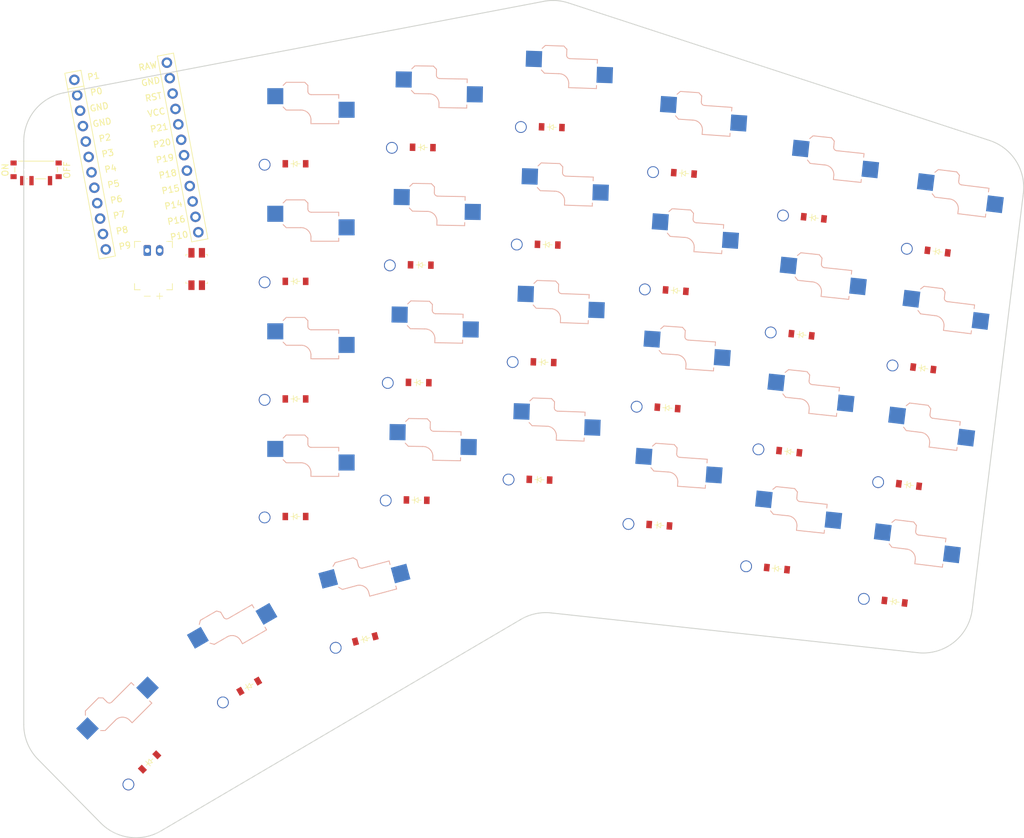
<source format=kicad_pcb>
(kicad_pcb (version 20240108) (generator "ergogen") (generator_version "4.1.0")
  (title_block (title "biggie-splays_choc_v2_right_unrouted") (date "2025-05-24") (rev "v1.0.0") (company "Unknown"))
  (layers (0 "F.Cu" signal) (31 "B.Cu" signal) (34 "B.Paste" user) (35 "F.Paste" user) (36 "B.SilkS" user "B.Silkscreen") (37 "F.SilkS" user "F.Silkscreen") (38 "B.Mask" user) (39 "F.Mask" user) (44 "Edge.Cuts" user))
  (net 0 "")
  (net 1 "D5")
  (net 2 "mirror_stretch_bottom")
  (net 3 "GND")
  (net 4 "D1")
  (net 5 "D2")
  (net 6 "mirror_stretch_home")
  (net 7 "mirror_stretch_high")
  (net 8 "mirror_stretch_num")
  (net 9 "D7")
  (net 10 "mirror_pinky_bottom")
  (net 11 "mirror_pinky_home")
  (net 12 "mirror_pinky_high")
  (net 13 "mirror_pinky_num")
  (net 14 "D9")
  (net 15 "mirror_ring_bottom")
  (net 16 "mirror_ring_home")
  (net 17 "mirror_ring_high")
  (net 18 "mirror_ring_num")
  (net 19 "D3")
  (net 20 "mirror_middle_bottom")
  (net 21 "mirror_middle_home")
  (net 22 "mirror_middle_high")
  (net 23 "mirror_middle_num")
  (net 24 "mirror_index_bottom")
  (net 25 "mirror_index_home")
  (net 26 "mirror_index_high")
  (net 27 "mirror_index_num")
  (net 28 "D0")
  (net 29 "mirror_inner_bottom")
  (net 30 "mirror_inner_home")
  (net 31 "mirror_inner_high")
  (net 32 "mirror_inner_num")
  (net 33 "mirror_near_fan")
  (net 34 "mirror_mid_fan")
  (net 35 "mirror_far_fan")
  (net 36 "D4")
  (net 37 "D6")
  (net 38 "D8")
  (net 39 "D10")
  (net 40 "RAW")
  (net 41 "RST")
  (net 42 "VCC")
  (net 43 "P21")
  (net 44 "P20")
  (net 45 "P19")
  (net 46 "P18")
  (net 47 "P15")
  (net 48 "P14")
  (net 49 "P16")
  (net 50 "P10")
  (net 51 "P1")
  (net 52 "P0")
  (net 53 "P2")
  (net 54 "P3")
  (net 55 "P4")
  (net 56 "P5")
  (net 57 "P6")
  (net 58 "P7")
  (net 59 "P8")
  (net 60 "P9")
  (net 61 "P101")
  (net 62 "P102")
  (net 63 "P107")
  (net 64 "MCU1_24")
  (net 65 "MCU1_1")
  (net 66 "MCU1_23")
  (net 67 "MCU1_2")
  (net 68 "MCU1_22")
  (net 69 "MCU1_3")
  (net 70 "MCU1_21")
  (net 71 "MCU1_4")
  (net 72 "MCU1_20")
  (net 73 "MCU1_5")
  (net 74 "MCU1_19")
  (net 75 "MCU1_6")
  (net 76 "MCU1_18")
  (net 77 "MCU1_7")
  (net 78 "MCU1_17")
  (net 79 "MCU1_8")
  (net 80 "MCU1_16")
  (net 81 "MCU1_9")
  (net 82 "MCU1_15")
  (net 83 "MCU1_10")
  (net 84 "MCU1_14")
  (net 85 "MCU1_11")
  (net 86 "MCU1_13")
  (net 87 "MCU1_12")
  (net 88 "BAT_P")
  (net 89 "JST1_1")
  (net 90 "JST1_2")
  (footprint "ceoloide:switch_choc_v1_v2" (layer "B.Cu") (at 385.756753 151.4952237 -7)
    (property "Reference" "S1" hide)
    (pad "" np_thru_hole circle (at 0 0 -7) (size 5 5) (drill 5) (layers "*.Cu" "*.Mask"))
    (pad "" np_thru_hole circle (at 5.5 0 -7) (size 1.9 1.9) (drill 1.9) (layers "*.Cu" "*.Mask"))
    (pad "" np_thru_hole circle (at -5.5 0 -7) (size 1.9 1.9) (drill 1.9) (layers "*.Cu" "*.Mask"))
    (pad "" thru_hole circle (at -5.00 5.15 -7) (size 1.9 1.9) (drill 1.6) (layers "*.Cu" "*.Mask"))
    (pad "" np_thru_hole circle (at 0 -5.95 -7) (size 3 3) (drill 3) (layers "*.Cu" "*.Mask"))
    (pad "1" smd rect (at -3.275 -5.95 -7) (size 2.6 2.6) (layers "B.Cu" "B.Paste" "B.Mask") (net 1 "D5"))
    (pad "2" smd rect (at 8.275 -3.75 -7) (size 2.6 2.6) (layers "B.Cu" "B.Paste" "B.Mask") (net 2 "mirror_stretch_bottom"))
    (pad "" np_thru_hole circle (at 5 -3.75 188) (size 3 3) (drill 3) (layers "*.Cu" "*.Mask"))
  )
  (footprint "ceoloide:switch_choc_v1_v2" (layer "B.Cu") (at 388.0783639 132.5872195 -7)
    (property "Reference" "S2" hide)
    (pad "" np_thru_hole circle (at 0 0 -7) (size 5 5) (drill 5) (layers "*.Cu" "*.Mask"))
    (pad "" np_thru_hole circle (at 5.5 0 -7) (size 1.9 1.9) (drill 1.9) (layers "*.Cu" "*.Mask"))
    (pad "" np_thru_hole circle (at -5.5 0 -7) (size 1.9 1.9) (drill 1.9) (layers "*.Cu" "*.Mask"))
    (pad "" thru_hole circle (at -5.00 5.15 -7) (size 1.9 1.9) (drill 1.6) (layers "*.Cu" "*.Mask"))
    (pad "" np_thru_hole circle (at 0 -5.95 -7) (size 3 3) (drill 3) (layers "*.Cu" "*.Mask"))
    (pad "1" smd rect (at -3.275 -5.95 -7) (size 2.6 2.6) (layers "B.Cu" "B.Paste" "B.Mask") (net 1 "D5"))
    (pad "2" smd rect (at 8.275 -3.75 -7) (size 2.6 2.6) (layers "B.Cu" "B.Paste" "B.Mask") (net 6 "mirror_stretch_home"))
    (pad "" np_thru_hole circle (at 5 -3.75 188) (size 3 3) (drill 3) (layers "*.Cu" "*.Mask"))
  )
  (footprint "ceoloide:switch_choc_v1_v2" (layer "B.Cu") (at 390.3999749 113.6792153 -7)
    (property "Reference" "S3" hide)
    (pad "" np_thru_hole circle (at 0 0 -7) (size 5 5) (drill 5) (layers "*.Cu" "*.Mask"))
    (pad "" np_thru_hole circle (at 5.5 0 -7) (size 1.9 1.9) (drill 1.9) (layers "*.Cu" "*.Mask"))
    (pad "" np_thru_hole circle (at -5.5 0 -7) (size 1.9 1.9) (drill 1.9) (layers "*.Cu" "*.Mask"))
    (pad "" thru_hole circle (at -5.00 5.15 -7) (size 1.9 1.9) (drill 1.6) (layers "*.Cu" "*.Mask"))
    (pad "" np_thru_hole circle (at 0 -5.95 -7) (size 3 3) (drill 3) (layers "*.Cu" "*.Mask"))
    (pad "1" smd rect (at -3.275 -5.95 -7) (size 2.6 2.6) (layers "B.Cu" "B.Paste" "B.Mask") (net 1 "D5"))
    (pad "2" smd rect (at 8.275 -3.75 -7) (size 2.6 2.6) (layers "B.Cu" "B.Paste" "B.Mask") (net 7 "mirror_stretch_high"))
    (pad "" np_thru_hole circle (at 5 -3.75 188) (size 3 3) (drill 3) (layers "*.Cu" "*.Mask"))
  )
  (footprint "ceoloide:switch_choc_v1_v2" (layer "B.Cu") (at 392.72158590000004 94.7712111 -7)
    (property "Reference" "S4" hide)
    (pad "" np_thru_hole circle (at 0 0 -7) (size 5 5) (drill 5) (layers "*.Cu" "*.Mask"))
    (pad "" np_thru_hole circle (at 5.5 0 -7) (size 1.9 1.9) (drill 1.9) (layers "*.Cu" "*.Mask"))
    (pad "" np_thru_hole circle (at -5.5 0 -7) (size 1.9 1.9) (drill 1.9) (layers "*.Cu" "*.Mask"))
    (pad "" thru_hole circle (at -5.00 5.15 -7) (size 1.9 1.9) (drill 1.6) (layers "*.Cu" "*.Mask"))
    (pad "" np_thru_hole circle (at 0 -5.95 -7) (size 3 3) (drill 3) (layers "*.Cu" "*.Mask"))
    (pad "1" smd rect (at -3.275 -5.95 -7) (size 2.6 2.6) (layers "B.Cu" "B.Paste" "B.Mask") (net 1 "D5"))
    (pad "2" smd rect (at 8.275 -3.75 -7) (size 2.6 2.6) (layers "B.Cu" "B.Paste" "B.Mask") (net 8 "mirror_stretch_num"))
    (pad "" np_thru_hole circle (at 5 -3.75 188) (size 3 3) (drill 3) (layers "*.Cu" "*.Mask"))
  )
  (footprint "ceoloide:switch_choc_v1_v2" (layer "B.Cu") (at 366.6188291 146.1228526 -6)
    (property "Reference" "S5" hide)
    (pad "" np_thru_hole circle (at 0 0 -6) (size 5 5) (drill 5) (layers "*.Cu" "*.Mask"))
    (pad "" np_thru_hole circle (at 5.5 0 -6) (size 1.9 1.9) (drill 1.9) (layers "*.Cu" "*.Mask"))
    (pad "" np_thru_hole circle (at -5.5 0 -6) (size 1.9 1.9) (drill 1.9) (layers "*.Cu" "*.Mask"))
    (pad "" thru_hole circle (at -5.00 5.15 -6) (size 1.9 1.9) (drill 1.6) (layers "*.Cu" "*.Mask"))
    (pad "" np_thru_hole circle (at 0 -5.95 -6) (size 3 3) (drill 3) (layers "*.Cu" "*.Mask"))
    (pad "1" smd rect (at -3.275 -5.95 -6) (size 2.6 2.6) (layers "B.Cu" "B.Paste" "B.Mask") (net 9 "D7"))
    (pad "2" smd rect (at 8.275 -3.75 -6) (size 2.6 2.6) (layers "B.Cu" "B.Paste" "B.Mask") (net 10 "mirror_pinky_bottom"))
    (pad "" np_thru_hole circle (at 5 -3.75 189) (size 3 3) (drill 3) (layers "*.Cu" "*.Mask"))
  )
  (footprint "ceoloide:switch_choc_v1_v2" (layer "B.Cu") (at 368.61009640000003 127.1772105 -6)
    (property "Reference" "S6" hide)
    (pad "" np_thru_hole circle (at 0 0 -6) (size 5 5) (drill 5) (layers "*.Cu" "*.Mask"))
    (pad "" np_thru_hole circle (at 5.5 0 -6) (size 1.9 1.9) (drill 1.9) (layers "*.Cu" "*.Mask"))
    (pad "" np_thru_hole circle (at -5.5 0 -6) (size 1.9 1.9) (drill 1.9) (layers "*.Cu" "*.Mask"))
    (pad "" thru_hole circle (at -5.00 5.15 -6) (size 1.9 1.9) (drill 1.6) (layers "*.Cu" "*.Mask"))
    (pad "" np_thru_hole circle (at 0 -5.95 -6) (size 3 3) (drill 3) (layers "*.Cu" "*.Mask"))
    (pad "1" smd rect (at -3.275 -5.95 -6) (size 2.6 2.6) (layers "B.Cu" "B.Paste" "B.Mask") (net 9 "D7"))
    (pad "2" smd rect (at 8.275 -3.75 -6) (size 2.6 2.6) (layers "B.Cu" "B.Paste" "B.Mask") (net 11 "mirror_pinky_home"))
    (pad "" np_thru_hole circle (at 5 -3.75 189) (size 3 3) (drill 3) (layers "*.Cu" "*.Mask"))
  )
  (footprint "ceoloide:switch_choc_v1_v2" (layer "B.Cu") (at 370.6013636 108.2315684 -6)
    (property "Reference" "S7" hide)
    (pad "" np_thru_hole circle (at 0 0 -6) (size 5 5) (drill 5) (layers "*.Cu" "*.Mask"))
    (pad "" np_thru_hole circle (at 5.5 0 -6) (size 1.9 1.9) (drill 1.9) (layers "*.Cu" "*.Mask"))
    (pad "" np_thru_hole circle (at -5.5 0 -6) (size 1.9 1.9) (drill 1.9) (layers "*.Cu" "*.Mask"))
    (pad "" thru_hole circle (at -5.00 5.15 -6) (size 1.9 1.9) (drill 1.6) (layers "*.Cu" "*.Mask"))
    (pad "" np_thru_hole circle (at 0 -5.95 -6) (size 3 3) (drill 3) (layers "*.Cu" "*.Mask"))
    (pad "1" smd rect (at -3.275 -5.95 -6) (size 2.6 2.6) (layers "B.Cu" "B.Paste" "B.Mask") (net 9 "D7"))
    (pad "2" smd rect (at 8.275 -3.75 -6) (size 2.6 2.6) (layers "B.Cu" "B.Paste" "B.Mask") (net 12 "mirror_pinky_high"))
    (pad "" np_thru_hole circle (at 5 -3.75 189) (size 3 3) (drill 3) (layers "*.Cu" "*.Mask"))
  )
  (footprint "ceoloide:switch_choc_v1_v2" (layer "B.Cu") (at 372.5926309 89.2859263 -6)
    (property "Reference" "S8" hide)
    (pad "" np_thru_hole circle (at 0 0 -6) (size 5 5) (drill 5) (layers "*.Cu" "*.Mask"))
    (pad "" np_thru_hole circle (at 5.5 0 -6) (size 1.9 1.9) (drill 1.9) (layers "*.Cu" "*.Mask"))
    (pad "" np_thru_hole circle (at -5.5 0 -6) (size 1.9 1.9) (drill 1.9) (layers "*.Cu" "*.Mask"))
    (pad "" thru_hole circle (at -5.00 5.15 -6) (size 1.9 1.9) (drill 1.6) (layers "*.Cu" "*.Mask"))
    (pad "" np_thru_hole circle (at 0 -5.95 -6) (size 3 3) (drill 3) (layers "*.Cu" "*.Mask"))
    (pad "1" smd rect (at -3.275 -5.95 -6) (size 2.6 2.6) (layers "B.Cu" "B.Paste" "B.Mask") (net 9 "D7"))
    (pad "2" smd rect (at 8.275 -3.75 -6) (size 2.6 2.6) (layers "B.Cu" "B.Paste" "B.Mask") (net 13 "mirror_pinky_num"))
    (pad "" np_thru_hole circle (at 5 -3.75 189) (size 3 3) (drill 3) (layers "*.Cu" "*.Mask"))
  )
  (footprint "ceoloide:switch_choc_v1_v2" (layer "B.Cu") (at 347.4002118 139.0753531 -4)
    (property "Reference" "S9" hide)
    (pad "" np_thru_hole circle (at 0 0 -4) (size 5 5) (drill 5) (layers "*.Cu" "*.Mask"))
    (pad "" np_thru_hole circle (at 5.5 0 -4) (size 1.9 1.9) (drill 1.9) (layers "*.Cu" "*.Mask"))
    (pad "" np_thru_hole circle (at -5.5 0 -4) (size 1.9 1.9) (drill 1.9) (layers "*.Cu" "*.Mask"))
    (pad "" thru_hole circle (at -5.00 5.15 -4) (size 1.9 1.9) (drill 1.6) (layers "*.Cu" "*.Mask"))
    (pad "" np_thru_hole circle (at 0 -5.95 -4) (size 3 3) (drill 3) (layers "*.Cu" "*.Mask"))
    (pad "1" smd rect (at -3.275 -5.95 -4) (size 2.6 2.6) (layers "B.Cu" "B.Paste" "B.Mask") (net 14 "D9"))
    (pad "2" smd rect (at 8.275 -3.75 -4) (size 2.6 2.6) (layers "B.Cu" "B.Paste" "B.Mask") (net 15 "mirror_ring_bottom"))
    (pad "" np_thru_hole circle (at 5 -3.75 191) (size 3 3) (drill 3) (layers "*.Cu" "*.Mask"))
  )
  (footprint "ceoloide:switch_choc_v1_v2" (layer "B.Cu") (at 348.7290726 120.071758 -4)
    (property "Reference" "S10" hide)
    (pad "" np_thru_hole circle (at 0 0 -4) (size 5 5) (drill 5) (layers "*.Cu" "*.Mask"))
    (pad "" np_thru_hole circle (at 5.5 0 -4) (size 1.9 1.9) (drill 1.9) (layers "*.Cu" "*.Mask"))
    (pad "" np_thru_hole circle (at -5.5 0 -4) (size 1.9 1.9) (drill 1.9) (layers "*.Cu" "*.Mask"))
    (pad "" thru_hole circle (at -5.00 5.15 -4) (size 1.9 1.9) (drill 1.6) (layers "*.Cu" "*.Mask"))
    (pad "" np_thru_hole circle (at 0 -5.95 -4) (size 3 3) (drill 3) (layers "*.Cu" "*.Mask"))
    (pad "1" smd rect (at -3.275 -5.95 -4) (size 2.6 2.6) (layers "B.Cu" "B.Paste" "B.Mask") (net 14 "D9"))
    (pad "2" smd rect (at 8.275 -3.75 -4) (size 2.6 2.6) (layers "B.Cu" "B.Paste" "B.Mask") (net 16 "mirror_ring_home"))
    (pad "" np_thru_hole circle (at 5 -3.75 191) (size 3 3) (drill 3) (layers "*.Cu" "*.Mask"))
  )
  (footprint "ceoloide:switch_choc_v1_v2" (layer "B.Cu") (at 350.0579334 101.0681629 -4)
    (property "Reference" "S11" hide)
    (pad "" np_thru_hole circle (at 0 0 -4) (size 5 5) (drill 5) (layers "*.Cu" "*.Mask"))
    (pad "" np_thru_hole circle (at 5.5 0 -4) (size 1.9 1.9) (drill 1.9) (layers "*.Cu" "*.Mask"))
    (pad "" np_thru_hole circle (at -5.5 0 -4) (size 1.9 1.9) (drill 1.9) (layers "*.Cu" "*.Mask"))
    (pad "" thru_hole circle (at -5.00 5.15 -4) (size 1.9 1.9) (drill 1.6) (layers "*.Cu" "*.Mask"))
    (pad "" np_thru_hole circle (at 0 -5.95 -4) (size 3 3) (drill 3) (layers "*.Cu" "*.Mask"))
    (pad "1" smd rect (at -3.275 -5.95 -4) (size 2.6 2.6) (layers "B.Cu" "B.Paste" "B.Mask") (net 14 "D9"))
    (pad "2" smd rect (at 8.275 -3.75 -4) (size 2.6 2.6) (layers "B.Cu" "B.Paste" "B.Mask") (net 17 "mirror_ring_high"))
    (pad "" np_thru_hole circle (at 5 -3.75 191) (size 3 3) (drill 3) (layers "*.Cu" "*.Mask"))
  )
  (footprint "ceoloide:switch_choc_v1_v2" (layer "B.Cu") (at 351.38679410000003 82.0645678 -4)
    (property "Reference" "S12" hide)
    (pad "" np_thru_hole circle (at 0 0 -4) (size 5 5) (drill 5) (layers "*.Cu" "*.Mask"))
    (pad "" np_thru_hole circle (at 5.5 0 -4) (size 1.9 1.9) (drill 1.9) (layers "*.Cu" "*.Mask"))
    (pad "" np_thru_hole circle (at -5.5 0 -4) (size 1.9 1.9) (drill 1.9) (layers "*.Cu" "*.Mask"))
    (pad "" thru_hole circle (at -5.00 5.15 -4) (size 1.9 1.9) (drill 1.6) (layers "*.Cu" "*.Mask"))
    (pad "" np_thru_hole circle (at 0 -5.95 -4) (size 3 3) (drill 3) (layers "*.Cu" "*.Mask"))
    (pad "1" smd rect (at -3.275 -5.95 -4) (size 2.6 2.6) (layers "B.Cu" "B.Paste" "B.Mask") (net 14 "D9"))
    (pad "2" smd rect (at 8.275 -3.75 -4) (size 2.6 2.6) (layers "B.Cu" "B.Paste" "B.Mask") (net 18 "mirror_ring_num"))
    (pad "" np_thru_hole circle (at 5 -3.75 191) (size 3 3) (drill 3) (layers "*.Cu" "*.Mask"))
  )
  (footprint "ceoloide:switch_choc_v1_v2" (layer "B.Cu") (at 327.8175914 131.6913515 -2)
    (property "Reference" "S13" hide)
    (pad "" np_thru_hole circle (at 0 0 -2) (size 5 5) (drill 5) (layers "*.Cu" "*.Mask"))
    (pad "" np_thru_hole circle (at 5.5 0 -2) (size 1.9 1.9) (drill 1.9) (layers "*.Cu" "*.Mask"))
    (pad "" np_thru_hole circle (at -5.5 0 -2) (size 1.9 1.9) (drill 1.9) (layers "*.Cu" "*.Mask"))
    (pad "" thru_hole circle (at -5.00 5.15 -2) (size 1.9 1.9) (drill 1.6) (layers "*.Cu" "*.Mask"))
    (pad "" np_thru_hole circle (at 0 -5.95 -2) (size 3 3) (drill 3) (layers "*.Cu" "*.Mask"))
    (pad "1" smd rect (at -3.275 -5.95 -2) (size 2.6 2.6) (layers "B.Cu" "B.Paste" "B.Mask") (net 19 "D3"))
    (pad "2" smd rect (at 8.275 -3.75 -2) (size 2.6 2.6) (layers "B.Cu" "B.Paste" "B.Mask") (net 20 "mirror_middle_bottom"))
    (pad "" np_thru_hole circle (at 5 -3.75 193) (size 3 3) (drill 3) (layers "*.Cu" "*.Mask"))
  )
  (footprint "ceoloide:switch_choc_v1_v2" (layer "B.Cu") (at 328.4824268 112.6529563 -2)
    (property "Reference" "S14" hide)
    (pad "" np_thru_hole circle (at 0 0 -2) (size 5 5) (drill 5) (layers "*.Cu" "*.Mask"))
    (pad "" np_thru_hole circle (at 5.5 0 -2) (size 1.9 1.9) (drill 1.9) (layers "*.Cu" "*.Mask"))
    (pad "" np_thru_hole circle (at -5.5 0 -2) (size 1.9 1.9) (drill 1.9) (layers "*.Cu" "*.Mask"))
    (pad "" thru_hole circle (at -5.00 5.15 -2) (size 1.9 1.9) (drill 1.6) (layers "*.Cu" "*.Mask"))
    (pad "" np_thru_hole circle (at 0 -5.95 -2) (size 3 3) (drill 3) (layers "*.Cu" "*.Mask"))
    (pad "1" smd rect (at -3.275 -5.95 -2) (size 2.6 2.6) (layers "B.Cu" "B.Paste" "B.Mask") (net 19 "D3"))
    (pad "2" smd rect (at 8.275 -3.75 -2) (size 2.6 2.6) (layers "B.Cu" "B.Paste" "B.Mask") (net 21 "mirror_middle_home"))
    (pad "" np_thru_hole circle (at 5 -3.75 193) (size 3 3) (drill 3) (layers "*.Cu" "*.Mask"))
  )
  (footprint "ceoloide:switch_choc_v1_v2" (layer "B.Cu") (at 329.1472622 93.614561 -2)
    (property "Reference" "S15" hide)
    (pad "" np_thru_hole circle (at 0 0 -2) (size 5 5) (drill 5) (layers "*.Cu" "*.Mask"))
    (pad "" np_thru_hole circle (at 5.5 0 -2) (size 1.9 1.9) (drill 1.9) (layers "*.Cu" "*.Mask"))
    (pad "" np_thru_hole circle (at -5.5 0 -2) (size 1.9 1.9) (drill 1.9) (layers "*.Cu" "*.Mask"))
    (pad "" thru_hole circle (at -5.00 5.15 -2) (size 1.9 1.9) (drill 1.6) (layers "*.Cu" "*.Mask"))
    (pad "" np_thru_hole circle (at 0 -5.95 -2) (size 3 3) (drill 3) (layers "*.Cu" "*.Mask"))
    (pad "1" smd rect (at -3.275 -5.95 -2) (size 2.6 2.6) (layers "B.Cu" "B.Paste" "B.Mask") (net 19 "D3"))
    (pad "2" smd rect (at 8.275 -3.75 -2) (size 2.6 2.6) (layers "B.Cu" "B.Paste" "B.Mask") (net 22 "mirror_middle_high"))
    (pad "" np_thru_hole circle (at 5 -3.75 193) (size 3 3) (drill 3) (layers "*.Cu" "*.Mask"))
  )
  (footprint "ceoloide:switch_choc_v1_v2" (layer "B.Cu") (at 329.81209770000004 74.5761658 -2)
    (property "Reference" "S16" hide)
    (pad "" np_thru_hole circle (at 0 0 -2) (size 5 5) (drill 5) (layers "*.Cu" "*.Mask"))
    (pad "" np_thru_hole circle (at 5.5 0 -2) (size 1.9 1.9) (drill 1.9) (layers "*.Cu" "*.Mask"))
    (pad "" np_thru_hole circle (at -5.5 0 -2) (size 1.9 1.9) (drill 1.9) (layers "*.Cu" "*.Mask"))
    (pad "" thru_hole circle (at -5.00 5.15 -2) (size 1.9 1.9) (drill 1.6) (layers "*.Cu" "*.Mask"))
    (pad "" np_thru_hole circle (at 0 -5.95 -2) (size 3 3) (drill 3) (layers "*.Cu" "*.Mask"))
    (pad "1" smd rect (at -3.275 -5.95 -2) (size 2.6 2.6) (layers "B.Cu" "B.Paste" "B.Mask") (net 19 "D3"))
    (pad "2" smd rect (at 8.275 -3.75 -2) (size 2.6 2.6) (layers "B.Cu" "B.Paste" "B.Mask") (net 23 "mirror_middle_num"))
    (pad "" np_thru_hole circle (at 5 -3.75 193) (size 3 3) (drill 3) (layers "*.Cu" "*.Mask"))
  )
  (footprint "ceoloide:switch_choc_v1_v2" (layer "B.Cu") (at 307.84008560000007 134.9961598 -1)
    (property "Reference" "S17" hide)
    (pad "" np_thru_hole circle (at 0 0 -1) (size 5 5) (drill 5) (layers "*.Cu" "*.Mask"))
    (pad "" np_thru_hole circle (at 5.5 0 -1) (size 1.9 1.9) (drill 1.9) (layers "*.Cu" "*.Mask"))
    (pad "" np_thru_hole circle (at -5.5 0 -1) (size 1.9 1.9) (drill 1.9) (layers "*.Cu" "*.Mask"))
    (pad "" thru_hole circle (at -5.00 5.15 -1) (size 1.9 1.9) (drill 1.6) (layers "*.Cu" "*.Mask"))
    (pad "" np_thru_hole circle (at 0 -5.95 -1) (size 3 3) (drill 3) (layers "*.Cu" "*.Mask"))
    (pad "1" smd rect (at -3.275 -5.95 -1) (size 2.6 2.6) (layers "B.Cu" "B.Paste" "B.Mask") (net 5 "D2"))
    (pad "2" smd rect (at 8.275 -3.75 -1) (size 2.6 2.6) (layers "B.Cu" "B.Paste" "B.Mask") (net 24 "mirror_index_bottom"))
    (pad "" np_thru_hole circle (at 5 -3.75 194) (size 3 3) (drill 3) (layers "*.Cu" "*.Mask"))
  )
  (footprint "ceoloide:switch_choc_v1_v2" (layer "B.Cu") (at 308.172554 115.9490613 -1)
    (property "Reference" "S18" hide)
    (pad "" np_thru_hole circle (at 0 0 -1) (size 5 5) (drill 5) (layers "*.Cu" "*.Mask"))
    (pad "" np_thru_hole circle (at 5.5 0 -1) (size 1.9 1.9) (drill 1.9) (layers "*.Cu" "*.Mask"))
    (pad "" np_thru_hole circle (at -5.5 0 -1) (size 1.9 1.9) (drill 1.9) (layers "*.Cu" "*.Mask"))
    (pad "" thru_hole circle (at -5.00 5.15 -1) (size 1.9 1.9) (drill 1.6) (layers "*.Cu" "*.Mask"))
    (pad "" np_thru_hole circle (at 0 -5.95 -1) (size 3 3) (drill 3) (layers "*.Cu" "*.Mask"))
    (pad "1" smd rect (at -3.275 -5.95 -1) (size 2.6 2.6) (layers "B.Cu" "B.Paste" "B.Mask") (net 5 "D2"))
    (pad "2" smd rect (at 8.275 -3.75 -1) (size 2.6 2.6) (layers "B.Cu" "B.Paste" "B.Mask") (net 25 "mirror_index_home"))
    (pad "" np_thru_hole circle (at 5 -3.75 194) (size 3 3) (drill 3) (layers "*.Cu" "*.Mask"))
  )
  (footprint "ceoloide:switch_choc_v1_v2" (layer "B.Cu") (at 308.50502230000006 96.9019627 -1)
    (property "Reference" "S19" hide)
    (pad "" np_thru_hole circle (at 0 0 -1) (size 5 5) (drill 5) (layers "*.Cu" "*.Mask"))
    (pad "" np_thru_hole circle (at 5.5 0 -1) (size 1.9 1.9) (drill 1.9) (layers "*.Cu" "*.Mask"))
    (pad "" np_thru_hole circle (at -5.5 0 -1) (size 1.9 1.9) (drill 1.9) (layers "*.Cu" "*.Mask"))
    (pad "" thru_hole circle (at -5.00 5.15 -1) (size 1.9 1.9) (drill 1.6) (layers "*.Cu" "*.Mask"))
    (pad "" np_thru_hole circle (at 0 -5.95 -1) (size 3 3) (drill 3) (layers "*.Cu" "*.Mask"))
    (pad "1" smd rect (at -3.275 -5.95 -1) (size 2.6 2.6) (layers "B.Cu" "B.Paste" "B.Mask") (net 5 "D2"))
    (pad "2" smd rect (at 8.275 -3.75 -1) (size 2.6 2.6) (layers "B.Cu" "B.Paste" "B.Mask") (net 26 "mirror_index_high"))
    (pad "" np_thru_hole circle (at 5 -3.75 194) (size 3 3) (drill 3) (layers "*.Cu" "*.Mask"))
  )
  (footprint "ceoloide:switch_choc_v1_v2" (layer "B.Cu") (at 308.8374907 77.8548641 -1)
    (property "Reference" "S20" hide)
    (pad "" np_thru_hole circle (at 0 0 -1) (size 5 5) (drill 5) (layers "*.Cu" "*.Mask"))
    (pad "" np_thru_hole circle (at 5.5 0 -1) (size 1.9 1.9) (drill 1.9) (layers "*.Cu" "*.Mask"))
    (pad "" np_thru_hole circle (at -5.5 0 -1) (size 1.9 1.9) (drill 1.9) (layers "*.Cu" "*.Mask"))
    (pad "" thru_hole circle (at -5.00 5.15 -1) (size 1.9 1.9) (drill 1.6) (layers "*.Cu" "*.Mask"))
    (pad "" np_thru_hole circle (at 0 -5.95 -1) (size 3 3) (drill 3) (layers "*.Cu" "*.Mask"))
    (pad "1" smd rect (at -3.275 -5.95 -1) (size 2.6 2.6) (layers "B.Cu" "B.Paste" "B.Mask") (net 5 "D2"))
    (pad "2" smd rect (at 8.275 -3.75 -1) (size 2.6 2.6) (layers "B.Cu" "B.Paste" "B.Mask") (net 27 "mirror_index_num"))
    (pad "" np_thru_hole circle (at 5 -3.75 194) (size 3 3) (drill 3) (layers "*.Cu" "*.Mask"))
  )
  (footprint "ceoloide:switch_choc_v1_v2" (layer "B.Cu") (at 288.14072110000006 137.6527632 0)
    (property "Reference" "S21" hide)
    (pad "" np_thru_hole circle (at 0 0 0) (size 5 5) (drill 5) (layers "*.Cu" "*.Mask"))
    (pad "" np_thru_hole circle (at 5.5 0 0) (size 1.9 1.9) (drill 1.9) (layers "*.Cu" "*.Mask"))
    (pad "" np_thru_hole circle (at -5.5 0 0) (size 1.9 1.9) (drill 1.9) (layers "*.Cu" "*.Mask"))
    (pad "" thru_hole circle (at -5.00 5.15 0) (size 1.9 1.9) (drill 1.6) (layers "*.Cu" "*.Mask"))
    (pad "" np_thru_hole circle (at 0 -5.95 0) (size 3 3) (drill 3) (layers "*.Cu" "*.Mask"))
    (pad "1" smd rect (at -3.275 -5.95 0) (size 2.6 2.6) (layers "B.Cu" "B.Paste" "B.Mask") (net 28 "D0"))
    (pad "2" smd rect (at 8.275 -3.75 0) (size 2.6 2.6) (layers "B.Cu" "B.Paste" "B.Mask") (net 29 "mirror_inner_bottom"))
    (pad "" np_thru_hole circle (at 5 -3.75 195) (size 3 3) (drill 3) (layers "*.Cu" "*.Mask"))
  )
  (footprint "ceoloide:switch_choc_v1_v2" (layer "B.Cu") (at 288.14072110000006 118.6027631 0)
    (property "Reference" "S22" hide)
    (pad "" np_thru_hole circle (at 0 0 0) (size 5 5) (drill 5) (layers "*.Cu" "*.Mask"))
    (pad "" np_thru_hole circle (at 5.5 0 0) (size 1.9 1.9) (drill 1.9) (layers "*.Cu" "*.Mask"))
    (pad "" np_thru_hole circle (at -5.5 0 0) (size 1.9 1.9) (drill 1.9) (layers "*.Cu" "*.Mask"))
    (pad "" thru_hole circle (at -5.00 5.15 0) (size 1.9 1.9) (drill 1.6) (layers "*.Cu" "*.Mask"))
    (pad "" np_thru_hole circle (at 0 -5.95 0) (size 3 3) (drill 3) (layers "*.Cu" "*.Mask"))
    (pad "1" smd rect (at -3.275 -5.95 0) (size 2.6 2.6) (layers "B.Cu" "B.Paste" "B.Mask") (net 28 "D0"))
    (pad "2" smd rect (at 8.275 -3.75 0) (size 2.6 2.6) (layers "B.Cu" "B.Paste" "B.Mask") (net 30 "mirror_inner_home"))
    (pad "" np_thru_hole circle (at 5 -3.75 195) (size 3 3) (drill 3) (layers "*.Cu" "*.Mask"))
  )
  (footprint "ceoloide:switch_choc_v1_v2" (layer "B.Cu") (at 288.14072110000006 99.5527631 0)
    (property "Reference" "S23" hide)
    (pad "" np_thru_hole circle (at 0 0 0) (size 5 5) (drill 5) (layers "*.Cu" "*.Mask"))
    (pad "" np_thru_hole circle (at 5.5 0 0) (size 1.9 1.9) (drill 1.9) (layers "*.Cu" "*.Mask"))
    (pad "" np_thru_hole circle (at -5.5 0 0) (size 1.9 1.9) (drill 1.9) (layers "*.Cu" "*.Mask"))
    (pad "" thru_hole circle (at -5.00 5.15 0) (size 1.9 1.9) (drill 1.6) (layers "*.Cu" "*.Mask"))
    (pad "" np_thru_hole circle (at 0 -5.95 0) (size 3 3) (drill 3) (layers "*.Cu" "*.Mask"))
    (pad "1" smd rect (at -3.275 -5.95 0) (size 2.6 2.6) (layers "B.Cu" "B.Paste" "B.Mask") (net 28 "D0"))
    (pad "2" smd rect (at 8.275 -3.75 0) (size 2.6 2.6) (layers "B.Cu" "B.Paste" "B.Mask") (net 31 "mirror_inner_high"))
    (pad "" np_thru_hole circle (at 5 -3.75 195) (size 3 3) (drill 3) (layers "*.Cu" "*.Mask"))
  )
  (footprint "ceoloide:switch_choc_v1_v2" (layer "B.Cu") (at 288.14072110000006 80.5027631 0)
    (property "Reference" "S24" hide)
    (pad "" np_thru_hole circle (at 0 0 0) (size 5 5) (drill 5) (layers "*.Cu" "*.Mask"))
    (pad "" np_thru_hole circle (at 5.5 0 0) (size 1.9 1.9) (drill 1.9) (layers "*.Cu" "*.Mask"))
    (pad "" np_thru_hole circle (at -5.5 0 0) (size 1.9 1.9) (drill 1.9) (layers "*.Cu" "*.Mask"))
    (pad "" thru_hole circle (at -5.00 5.15 0) (size 1.9 1.9) (drill 1.6) (layers "*.Cu" "*.Mask"))
    (pad "" np_thru_hole circle (at 0 -5.95 0) (size 3 3) (drill 3) (layers "*.Cu" "*.Mask"))
    (pad "1" smd rect (at -3.275 -5.95 0) (size 2.6 2.6) (layers "B.Cu" "B.Paste" "B.Mask") (net 28 "D0"))
    (pad "2" smd rect (at 8.275 -3.75 0) (size 2.6 2.6) (layers "B.Cu" "B.Paste" "B.Mask") (net 32 "mirror_inner_num"))
    (pad "" np_thru_hole circle (at 5 -3.75 195) (size 3 3) (drill 3) (layers "*.Cu" "*.Mask"))
  )
  (footprint "ceoloide:switch_choc_v1_v2" (layer "B.Cu") (at 298.14072110000006 157.6527632 15)
    (property "Reference" "S25" hide)
    (pad "" np_thru_hole circle (at 0 0 15) (size 5 5) (drill 5) (layers "*.Cu" "*.Mask"))
    (pad "" np_thru_hole circle (at 5.5 0 15) (size 1.9 1.9) (drill 1.9) (layers "*.Cu" "*.Mask"))
    (pad "" np_thru_hole circle (at -5.5 0 15) (size 1.9 1.9) (drill 1.9) (layers "*.Cu" "*.Mask"))
    (pad "" thru_hole circle (at -5.00 5.15 15) (size 1.9 1.9) (drill 1.6) (layers "*.Cu" "*.Mask"))
    (pad "" np_thru_hole circle (at 0 -5.95 15) (size 3 3) (drill 3) (layers "*.Cu" "*.Mask"))
    (pad "1" smd rect (at -3.275 -5.95 15) (size 2.6 2.6) (layers "B.Cu" "B.Paste" "B.Mask") (net 19 "D3"))
    (pad "2" smd rect (at 8.275 -3.75 15) (size 2.6 2.6) (layers "B.Cu" "B.Paste" "B.Mask") (net 33 "mirror_near_fan"))
    (pad "" np_thru_hole circle (at 5 -3.75 210) (size 3 3) (drill 3) (layers "*.Cu" "*.Mask"))
  )
  (footprint "ceoloide:switch_choc_v1_v2" (layer "B.Cu") (at 278.14175800000004 165.8153168 30)
    (property "Reference" "S26" hide)
    (pad "" np_thru_hole circle (at 0 0 30) (size 5 5) (drill 5) (layers "*.Cu" "*.Mask"))
    (pad "" np_thru_hole circle (at 5.5 0 30) (size 1.9 1.9) (drill 1.9) (layers "*.Cu" "*.Mask"))
    (pad "" np_thru_hole circle (at -5.5 0 30) (size 1.9 1.9) (drill 1.9) (layers "*.Cu" "*.Mask"))
    (pad "" thru_hole circle (at -5.00 5.15 30) (size 1.9 1.9) (drill 1.6) (layers "*.Cu" "*.Mask"))
    (pad "" np_thru_hole circle (at 0 -5.95 30) (size 3 3) (drill 3) (layers "*.Cu" "*.Mask"))
    (pad "1" smd rect (at -3.275 -5.95 30) (size 2.6 2.6) (layers "B.Cu" "B.Paste" "B.Mask") (net 5 "D2"))
    (pad "2" smd rect (at 8.275 -3.75 30) (size 2.6 2.6) (layers "B.Cu" "B.Paste" "B.Mask") (net 34 "mirror_mid_fan"))
    (pad "" np_thru_hole circle (at 5 -3.75 225) (size 3 3) (drill 3) (layers "*.Cu" "*.Mask"))
  )
  (footprint "ceoloide:switch_choc_v1_v2" (layer "B.Cu") (at 260.9793085 178.896491 45)
    (property "Reference" "S27" hide)
    (pad "" np_thru_hole circle (at 0 0 45) (size 5 5) (drill 5) (layers "*.Cu" "*.Mask"))
    (pad "" np_thru_hole circle (at 5.5 0 45) (size 1.9 1.9) (drill 1.9) (layers "*.Cu" "*.Mask"))
    (pad "" np_thru_hole circle (at -5.5 0 45) (size 1.9 1.9) (drill 1.9) (layers "*.Cu" "*.Mask"))
    (pad "" thru_hole circle (at -5.00 5.15 45) (size 1.9 1.9) (drill 1.6) (layers "*.Cu" "*.Mask"))
    (pad "" np_thru_hole circle (at 0 -5.95 45) (size 3 3) (drill 3) (layers "*.Cu" "*.Mask"))
    (pad "1" smd rect (at -3.275 -5.95 45) (size 2.6 2.6) (layers "B.Cu" "B.Paste" "B.Mask") (net 28 "D0"))
    (pad "2" smd rect (at 8.275 -3.75 45) (size 2.6 2.6) (layers "B.Cu" "B.Paste" "B.Mask") (net 35 "mirror_far_fan"))
    (pad "" np_thru_hole circle (at 5 -3.75 240) (size 3 3) (drill 3) (layers "*.Cu" "*.Mask"))
  )
  (footprint "ceoloide:diode_tht_sod123" (layer "F.Cu") (at 385.1474063 156.4579545 -7)
    (property "Reference" "D1" hide)
    (pad "1" smd rect (at -1.65 0 -7) (size 0.9 1.2) (layers "F.Cu" "F.Paste" "F.Mask") (net 36 "D4"))
    (pad "2" smd rect (at 1.65 0 -7) (size 0.9 1.2) (layers "F.Cu" "F.Paste" "F.Mask") (net 2 "mirror_stretch_bottom"))
  )
  (footprint "ceoloide:diode_tht_sod123" (layer "F.Cu") (at 387.4690172 137.5499503 -7)
    (property "Reference" "D2" hide)
    (pad "1" smd rect (at -1.65 0 -7) (size 0.9 1.2) (layers "F.Cu" "F.Paste" "F.Mask") (net 37 "D6"))
    (pad "2" smd rect (at 1.65 0 -7) (size 0.9 1.2) (layers "F.Cu" "F.Paste" "F.Mask") (net 6 "mirror_stretch_home"))
  )
  (footprint "ceoloide:diode_tht_sod123" (layer "F.Cu") (at 389.7906282 118.6419461 -7)
    (property "Reference" "D3" hide)
    (pad "1" smd rect (at -1.65 0 -7) (size 0.9 1.2) (layers "F.Cu" "F.Paste" "F.Mask") (net 38 "D8"))
    (pad "2" smd rect (at 1.65 0 -7) (size 0.9 1.2) (layers "F.Cu" "F.Paste" "F.Mask") (net 7 "mirror_stretch_high"))
  )
  (footprint "ceoloide:diode_tht_sod123" (layer "F.Cu") (at 392.11223920000003 99.7339419 -7)
    (property "Reference" "D4" hide)
    (pad "1" smd rect (at -1.65 0 -7) (size 0.9 1.2) (layers "F.Cu" "F.Paste" "F.Mask") (net 39 "D10"))
    (pad "2" smd rect (at 1.65 0 -7) (size 0.9 1.2) (layers "F.Cu" "F.Paste" "F.Mask") (net 8 "mirror_stretch_num"))
  )
  (footprint "ceoloide:diode_tht_sod123" (layer "F.Cu") (at 366.09618680000005 151.0954621 -6)
    (property "Reference" "D5" hide)
    (pad "1" smd rect (at -1.65 0 -6) (size 0.9 1.2) (layers "F.Cu" "F.Paste" "F.Mask") (net 36 "D4"))
    (pad "2" smd rect (at 1.65 0 -6) (size 0.9 1.2) (layers "F.Cu" "F.Paste" "F.Mask") (net 10 "mirror_pinky_bottom"))
  )
  (footprint "ceoloide:diode_tht_sod123" (layer "F.Cu") (at 368.08745410000006 132.14982 -6)
    (property "Reference" "D6" hide)
    (pad "1" smd rect (at -1.65 0 -6) (size 0.9 1.2) (layers "F.Cu" "F.Paste" "F.Mask") (net 37 "D6"))
    (pad "2" smd rect (at 1.65 0 -6) (size 0.9 1.2) (layers "F.Cu" "F.Paste" "F.Mask") (net 11 "mirror_pinky_home"))
  )
  (footprint "ceoloide:diode_tht_sod123" (layer "F.Cu") (at 370.07872130000004 113.2041779 -6)
    (property "Reference" "D7" hide)
    (pad "1" smd rect (at -1.65 0 -6) (size 0.9 1.2) (layers "F.Cu" "F.Paste" "F.Mask") (net 38 "D8"))
    (pad "2" smd rect (at 1.65 0 -6) (size 0.9 1.2) (layers "F.Cu" "F.Paste" "F.Mask") (net 12 "mirror_pinky_high"))
  )
  (footprint "ceoloide:diode_tht_sod123" (layer "F.Cu") (at 372.06998860000004 94.2585358 -6)
    (property "Reference" "D8" hide)
    (pad "1" smd rect (at -1.65 0 -6) (size 0.9 1.2) (layers "F.Cu" "F.Paste" "F.Mask") (net 39 "D10"))
    (pad "2" smd rect (at 1.65 0 -6) (size 0.9 1.2) (layers "F.Cu" "F.Paste" "F.Mask") (net 13 "mirror_pinky_num"))
  )
  (footprint "ceoloide:diode_tht_sod123" (layer "F.Cu") (at 347.0514294 144.0631734 -4)
    (property "Reference" "D9" hide)
    (pad "1" smd rect (at -1.65 0 -4) (size 0.9 1.2) (layers "F.Cu" "F.Paste" "F.Mask") (net 36 "D4"))
    (pad "2" smd rect (at 1.65 0 -4) (size 0.9 1.2) (layers "F.Cu" "F.Paste" "F.Mask") (net 15 "mirror_ring_bottom"))
  )
  (footprint "ceoloide:diode_tht_sod123" (layer "F.Cu") (at 348.3802902 125.0595783 -4)
    (property "Reference" "D10" hide)
    (pad "1" smd rect (at -1.65 0 -4) (size 0.9 1.2) (layers "F.Cu" "F.Paste" "F.Mask") (net 37 "D6"))
    (pad "2" smd rect (at 1.65 0 -4) (size 0.9 1.2) (layers "F.Cu" "F.Paste" "F.Mask") (net 16 "mirror_ring_home"))
  )
  (footprint "ceoloide:diode_tht_sod123" (layer "F.Cu") (at 349.709151 106.0559832 -4)
    (property "Reference" "D11" hide)
    (pad "1" smd rect (at -1.65 0 -4) (size 0.9 1.2) (layers "F.Cu" "F.Paste" "F.Mask") (net 38 "D8"))
    (pad "2" smd rect (at 1.65 0 -4) (size 0.9 1.2) (layers "F.Cu" "F.Paste" "F.Mask") (net 17 "mirror_ring_high"))
  )
  (footprint "ceoloide:diode_tht_sod123" (layer "F.Cu") (at 351.0380117 87.0523881 -4)
    (property "Reference" "D12" hide)
    (pad "1" smd rect (at -1.65 0 -4) (size 0.9 1.2) (layers "F.Cu" "F.Paste" "F.Mask") (net 39 "D10"))
    (pad "2" smd rect (at 1.65 0 -4) (size 0.9 1.2) (layers "F.Cu" "F.Paste" "F.Mask") (net 18 "mirror_ring_num"))
  )
  (footprint "ceoloide:diode_tht_sod123" (layer "F.Cu") (at 327.64309390000005 136.6883056 -2)
    (property "Reference" "D13" hide)
    (pad "1" smd rect (at -1.65 0 -2) (size 0.9 1.2) (layers "F.Cu" "F.Paste" "F.Mask") (net 36 "D4"))
    (pad "2" smd rect (at 1.65 0 -2) (size 0.9 1.2) (layers "F.Cu" "F.Paste" "F.Mask") (net 20 "mirror_middle_bottom"))
  )
  (footprint "ceoloide:diode_tht_sod123" (layer "F.Cu") (at 328.3079293 117.6499104 -2)
    (property "Reference" "D14" hide)
    (pad "1" smd rect (at -1.65 0 -2) (size 0.9 1.2) (layers "F.Cu" "F.Paste" "F.Mask") (net 37 "D6"))
    (pad "2" smd rect (at 1.65 0 -2) (size 0.9 1.2) (layers "F.Cu" "F.Paste" "F.Mask") (net 21 "mirror_middle_home"))
  )
  (footprint "ceoloide:diode_tht_sod123" (layer "F.Cu") (at 328.9727647 98.61151509999999 -2)
    (property "Reference" "D15" hide)
    (pad "1" smd rect (at -1.65 0 -2) (size 0.9 1.2) (layers "F.Cu" "F.Paste" "F.Mask") (net 38 "D8"))
    (pad "2" smd rect (at 1.65 0 -2) (size 0.9 1.2) (layers "F.Cu" "F.Paste" "F.Mask") (net 22 "mirror_middle_high"))
  )
  (footprint "ceoloide:diode_tht_sod123" (layer "F.Cu") (at 329.63760020000007 79.5731199 -2)
    (property "Reference" "D16" hide)
    (pad "1" smd rect (at -1.65 0 -2) (size 0.9 1.2) (layers "F.Cu" "F.Paste" "F.Mask") (net 39 "D10"))
    (pad "2" smd rect (at 1.65 0 -2) (size 0.9 1.2) (layers "F.Cu" "F.Paste" "F.Mask") (net 23 "mirror_middle_num"))
  )
  (footprint "ceoloide:diode_tht_sod123" (layer "F.Cu") (at 307.75282360000006 139.99539829999998 -1)
    (property "Reference" "D17" hide)
    (pad "1" smd rect (at -1.65 0 -1) (size 0.9 1.2) (layers "F.Cu" "F.Paste" "F.Mask") (net 36 "D4"))
    (pad "2" smd rect (at 1.65 0 -1) (size 0.9 1.2) (layers "F.Cu" "F.Paste" "F.Mask") (net 24 "mirror_index_bottom"))
  )
  (footprint "ceoloide:diode_tht_sod123" (layer "F.Cu") (at 308.085292 120.9482998 -1)
    (property "Reference" "D18" hide)
    (pad "1" smd rect (at -1.65 0 -1) (size 0.9 1.2) (layers "F.Cu" "F.Paste" "F.Mask") (net 37 "D6"))
    (pad "2" smd rect (at 1.65 0 -1) (size 0.9 1.2) (layers "F.Cu" "F.Paste" "F.Mask") (net 25 "mirror_index_home"))
  )
  (footprint "ceoloide:diode_tht_sod123" (layer "F.Cu") (at 308.41776030000005 101.9012012 -1)
    (property "Reference" "D19" hide)
    (pad "1" smd rect (at -1.65 0 -1) (size 0.9 1.2) (layers "F.Cu" "F.Paste" "F.Mask") (net 38 "D8"))
    (pad "2" smd rect (at 1.65 0 -1) (size 0.9 1.2) (layers "F.Cu" "F.Paste" "F.Mask") (net 26 "mirror_index_high"))
  )
  (footprint "ceoloide:diode_tht_sod123" (layer "F.Cu") (at 308.7502287 82.8541026 -1)
    (property "Reference" "D20" hide)
    (pad "1" smd rect (at -1.65 0 -1) (size 0.9 1.2) (layers "F.Cu" "F.Paste" "F.Mask") (net 39 "D10"))
    (pad "2" smd rect (at 1.65 0 -1) (size 0.9 1.2) (layers "F.Cu" "F.Paste" "F.Mask") (net 27 "mirror_index_num"))
  )
  (footprint "ceoloide:diode_tht_sod123" (layer "F.Cu") (at 288.14072110000006 142.6527632 0)
    (property "Reference" "D21" hide)
    (pad "1" smd rect (at -1.65 0 0) (size 0.9 1.2) (layers "F.Cu" "F.Paste" "F.Mask") (net 36 "D4"))
    (pad "2" smd rect (at 1.65 0 0) (size 0.9 1.2) (layers "F.Cu" "F.Paste" "F.Mask") (net 29 "mirror_inner_bottom"))
  )
  (footprint "ceoloide:diode_tht_sod123" (layer "F.Cu") (at 288.14072110000006 123.6027631 0)
    (property "Reference" "D22" hide)
    (pad "1" smd rect (at -1.65 0 0) (size 0.9 1.2) (layers "F.Cu" "F.Paste" "F.Mask") (net 37 "D6"))
    (pad "2" smd rect (at 1.65 0 0) (size 0.9 1.2) (layers "F.Cu" "F.Paste" "F.Mask") (net 30 "mirror_inner_home"))
  )
  (footprint "ceoloide:diode_tht_sod123" (layer "F.Cu") (at 288.14072110000006 104.5527631 0)
    (property "Reference" "D23" hide)
    (pad "1" smd rect (at -1.65 0 0) (size 0.9 1.2) (layers "F.Cu" "F.Paste" "F.Mask") (net 38 "D8"))
    (pad "2" smd rect (at 1.65 0 0) (size 0.9 1.2) (layers "F.Cu" "F.Paste" "F.Mask") (net 31 "mirror_inner_high"))
  )
  (footprint "ceoloide:diode_tht_sod123" (layer "F.Cu") (at 288.14072110000006 85.5027631 0)
    (property "Reference" "D24" hide)
    (pad "1" smd rect (at -1.65 0 0) (size 0.9 1.2) (layers "F.Cu" "F.Paste" "F.Mask") (net 39 "D10"))
    (pad "2" smd rect (at 1.65 0 0) (size 0.9 1.2) (layers "F.Cu" "F.Paste" "F.Mask") (net 32 "mirror_inner_num"))
  )
  (footprint "ceoloide:diode_tht_sod123" (layer "F.Cu") (at 299.4348163000001 162.48239230000001 15)
    (property "Reference" "D25" hide)
    (pad "1" smd rect (at -1.65 0 15) (size 0.9 1.2) (layers "F.Cu" "F.Paste" "F.Mask") (net 4 "D1"))
    (pad "2" smd rect (at 1.65 0 15) (size 0.9 1.2) (layers "F.Cu" "F.Paste" "F.Mask") (net 33 "mirror_near_fan"))
  )
  (footprint "ceoloide:diode_tht_sod123" (layer "F.Cu") (at 280.64175800000004 170.1454438 30)
    (property "Reference" "D26" hide)
    (pad "1" smd rect (at -1.65 0 30) (size 0.9 1.2) (layers "F.Cu" "F.Paste" "F.Mask") (net 4 "D1"))
    (pad "2" smd rect (at 1.65 0 30) (size 0.9 1.2) (layers "F.Cu" "F.Paste" "F.Mask") (net 34 "mirror_mid_fan"))
  )
  (footprint "ceoloide:diode_tht_sod123" (layer "F.Cu") (at 264.5148424 182.4320249 45)
    (property "Reference" "D27" hide)
    (pad "1" smd rect (at -1.65 0 45) (size 0.9 1.2) (layers "F.Cu" "F.Paste" "F.Mask") (net 4 "D1"))
    (pad "2" smd rect (at 1.65 0 45) (size 0.9 1.2) (layers "F.Cu" "F.Paste" "F.Mask") (net 35 "mirror_far_fan"))
  )
  (footprint "ceoloide:mcu_nice_nano" (layer "F.Cu") (at 262.14072110000006 83.0027631 10.5)
    (property "Reference" "MCU1" hide)
    (pad "24" thru_hole circle (at -7.62 -12.7 10.5) (size 1.7 1.7) (drill 1) (layers "*.Cu" "*.Mask") (net 51 "P1"))
    (pad "1" thru_hole circle (at 7.62 -12.7 10.5) (size 1.7 1.7) (drill 1) (layers "*.Cu" "*.Mask") (net 40 "RAW"))
    (fp_text user "P1" (at -4.47 -12.7 10.5) (layer "F.SilkS"))
    (fp_text user "RAW" (at 4.47 -12.7 10.5) (layer "F.SilkS"))
    (pad "23" thru_hole circle (at -7.62 -10.16 10.5) (size 1.7 1.7) (drill 1) (layers "*.Cu" "*.Mask") (net 52 "P0"))
    (pad "2" thru_hole circle (at 7.62 -10.16 10.5) (size 1.7 1.7) (drill 1) (layers "*.Cu" "*.Mask") (net 3 "GND"))
    (fp_text user "P0" (at -4.47 -10.16 10.5) (layer "F.SilkS"))
    (fp_text user "GND" (at 4.47 -10.16 10.5) (layer "F.SilkS"))
    (pad "22" thru_hole circle (at -7.62 -7.619999999999999 10.5) (size 1.7 1.7) (drill 1) (layers "*.Cu" "*.Mask") (net 3 "GND"))
    (pad "3" thru_hole circle (at 7.62 -7.619999999999999 10.5) (size 1.7 1.7) (drill 1) (layers "*.Cu" "*.Mask") (net 41 "RST"))
    (fp_text user "GND" (at -4.47 -7.619999999999999 10.5) (layer "F.SilkS"))
    (fp_text user "RST" (at 4.47 -7.619999999999999 10.5) (layer "F.SilkS"))
    (pad "21" thru_hole circle (at -7.62 -5.079999999999999 10.5) (size 1.7 1.7) (drill 1) (layers "*.Cu" "*.Mask") (net 3 "GND"))
    (pad "4" thru_hole circle (at 7.62 -5.079999999999999 10.5) (size 1.7 1.7) (drill 1) (layers "*.Cu" "*.Mask") (net 42 "VCC"))
    (fp_text user "GND" (at -4.47 -5.079999999999999 10.5) (layer "F.SilkS"))
    (fp_text user "VCC" (at 4.47 -5.079999999999999 10.5) (layer "F.SilkS"))
    (pad "20" thru_hole circle (at -7.62 -2.539999999999999 10.5) (size 1.7 1.7) (drill 1) (layers "*.Cu" "*.Mask") (net 53 "P2"))
    (pad "5" thru_hole circle (at 7.62 -2.539999999999999 10.5) (size 1.7 1.7) (drill 1) (layers "*.Cu" "*.Mask") (net 43 "P21"))
    (fp_text user "P2" (at -4.47 -2.539999999999999 10.5) (layer "F.SilkS"))
    (fp_text user "P21" (at 4.47 -2.539999999999999 10.5) (layer "F.SilkS"))
    (pad "19" thru_hole circle (at -7.62 0 10.5) (size 1.7 1.7) (drill 1) (layers "*.Cu" "*.Mask") (net 54 "P3"))
    (pad "6" thru_hole circle (at 7.62 0 10.5) (size 1.7 1.7) (drill 1) (layers "*.Cu" "*.Mask") (net 44 "P20"))
    (fp_text user "P3" (at -4.47 0 10.5) (layer "F.SilkS"))
    (fp_text user "P20" (at 4.47 0 10.5) (layer "F.SilkS"))
    (pad "18" thru_hole circle (at -7.62 2.540000000000001 10.5) (size 1.7 1.7) (drill 1) (layers "*.Cu" "*.Mask") (net 55 "P4"))
    (pad "7" thru_hole circle (at 7.62 2.540000000000001 10.5) (size 1.7 1.7) (drill 1) (layers "*.Cu" "*.Mask") (net 45 "P19"))
    (fp_text user "P4" (at -4.47 2.540000000000001 10.5) (layer "F.SilkS"))
    (fp_text user "P19" (at 4.47 2.540000000000001 10.5) (layer "F.SilkS"))
    (pad "17" thru_hole circle (at -7.62 5.080000000000002 10.5) (size 1.7 1.7) (drill 1) (layers "*.Cu" "*.Mask") (net 56 "P5"))
    (pad "8" thru_hole circle (at 7.62 5.080000000000002 10.5) (size 1.7 1.7) (drill 1) (layers "*.Cu" "*.Mask") (net 46 "P18"))
    (fp_text user "P5" (at -4.47 5.080000000000002 10.5) (layer "F.SilkS"))
    (fp_text user "P18" (at 4.47 5.080000000000002 10.5) (layer "F.SilkS"))
    (pad "16" thru_hole circle (at -7.62 7.620000000000001 10.5) (size 1.7 1.7) (drill 1) (layers "*.Cu" "*.Mask") (net 57 "P6"))
    (pad "9" thru_hole circle (at 7.62 7.620000000000001 10.5) (size 1.7 1.7) (drill 1) (layers "*.Cu" "*.Mask") (net 47 "P15"))
    (fp_text user "P6" (at -4.47 7.620000000000001 10.5) (layer "F.SilkS"))
    (fp_text user "P15" (at 4.47 7.620000000000001 10.5) (layer "F.SilkS"))
    (pad "15" thru_hole circle (at -7.62 10.16 10.5) (size 1.7 1.7) (drill 1) (layers "*.Cu" "*.Mask") (net 58 "P7"))
    (pad "10" thru_hole circle (at 7.62 10.16 10.5) (size 1.7 1.7) (drill 1) (layers "*.Cu" "*.Mask") (net 48 "P14"))
    (fp_text user "P7" (at -4.47 10.16 10.5) (layer "F.SilkS"))
    (fp_text user "P14" (at 4.47 10.16 10.5) (layer "F.SilkS"))
    (pad "14" thru_hole circle (at -7.62 12.7 10.5) (size 1.7 1.7) (drill 1) (layers "*.Cu" "*.Mask") (net 59 "P8"))
    (pad "11" thru_hole circle (at 7.62 12.7 10.5) (size 1.7 1.7) (drill 1) (layers "*.Cu" "*.Mask") (net 49 "P16"))
    (fp_text user "P8" (at -4.47 12.7 10.5) (layer "F.SilkS"))
    (fp_text user "P16" (at 4.47 12.7 10.5) (layer "F.SilkS"))
    (pad "13" thru_hole circle (at -7.62 15.240000000000002 10.5) (size 1.7 1.7) (drill 1) (layers "*.Cu" "*.Mask") (net 60 "P9"))
    (pad "12" thru_hole circle (at 7.62 15.240000000000002 10.5) (size 1.7 1.7) (drill 1) (layers "*.Cu" "*.Mask") (net 50 "P10"))
    (fp_text user "P9" (at -4.47 15.240000000000002 10.5) (layer "F.SilkS"))
    (fp_text user "P10" (at 4.47 15.240000000000002 10.5) (layer "F.SilkS"))
  )
  (footprint "ceoloide:reset_switch_smd_side" (layer "F.Cu") (at 272.14072110000006 102.5527631 90)
    (property "Reference" "RST1" hide)
    (pad "1" smd rect (at 2.625 -0.85 270) (size 1.55 1) (layers "F.Cu" "F.Paste" "F.Mask") (net 41 "RST"))
    (pad "2" smd rect (at 2.625 0.85 270) (size 1.55 1) (layers "F.Cu" "F.Paste" "F.Mask") (net 3 "GND"))
    (pad "3" smd rect (at -2.625 -0.85 270) (size 1.55 1) (layers "F.Cu" "F.Paste" "F.Mask") (net 41 "RST"))
    (pad "4" smd rect (at -2.625 0.85 270) (size 1.55 1) (layers "F.Cu" "F.Paste" "F.Mask") (net 3 "GND"))
  )
  (footprint "ceoloide:power_switch_smd_side" (layer "F.Cu") (at 246.14072110000006 86.5027631 90)
    (property "Reference" "PWR1" hide)
    (pad "" smd rect (at 1.125 -3.65 180) (size 1 0.8) (layers "F.Cu" "F.Paste" "F.Mask"))
    (pad "" smd rect (at -1.085 -3.65 180) (size 1 0.8) (layers "F.Cu" "F.Paste" "F.Mask"))
    (pad "" smd rect (at -1.085 3.65 180) (size 1 0.8) (layers "F.Cu" "F.Paste" "F.Mask"))
    (pad "" smd rect (at 1.125 3.65 180) (size 1 0.8) (layers "F.Cu" "F.Paste" "F.Mask"))
    (pad "1" smd rect (at -1.735 2.25 180) (size 0.7 1.5) (layers "F.Cu" "F.Paste" "F.Mask"))
    (pad "2" smd rect (at -1.735 -0.75 180) (size 0.7 1.5) (layers "F.Cu" "F.Paste" "F.Mask") (net 40 "RAW"))
    (pad "3" smd rect (at -1.735 -2.25 180) (size 0.7 1.5) (layers "F.Cu" "F.Paste" "F.Mask") (net 88 "BAT_P"))
    (fp_text user "ON" (at 0 -5 90) (layer "F.SilkS"))
    (fp_text user "OFF" (at 0 5 90) (layer "F.SilkS"))
    (pad "" np_thru_hole circle (at 0.025 -1.5 180) (size 0.9 0.9) (drill 0.9) (layers "*.Cu" "*.Mask"))
    (pad "" np_thru_hole circle (at 0.025 1.5 180) (size 0.9 0.9) (drill 0.9) (layers "*.Cu" "*.Mask"))
  )
  (footprint "ceoloide:battery_connector_jst_ph_2" (layer "F.Cu") (at 265.14072110000006 99.5527631 0)
    (property "Reference" "JST1" hide)
    (pad "1" thru_hole roundrect (at -1 0 0) (size 1.2 1.75) (drill 0.75) (layers "*.Cu" "*.Mask") (roundrect_rratio 0.20) (net 3 "GND"))
    (pad "2" thru_hole oval (at 1 0 0) (size 1.2 1.75) (drill 0.75) (layers "*.Cu" "*.Mask") (net 88 "BAT_P"))
  )
  (gr_line (start 246.43960339922066 181.98805084914213) (end 256.6015137951232 192.3108863624199) (layer Edge.Cuts) (stroke (width 0.15)))
  (gr_line (start 266.3583043036058 193.59440547630905) (end 324.6149690781599 159.33132814576916) (layer Edge.Cuts) (stroke (width 0.15)))
  (gr_line (start 329.53394828935683 158.27380652668168) (end 388.9110782686682 164.71902904188943) (layer Edge.Cuts) (stroke (width 0.15)))
  (gr_line (start 397.71475391439094 157.7407009657759) (end 405.9943323011331 90.3089456665366) (layer Edge.Cuts) (stroke (width 0.15)))
  (gr_line (start 400.53882944925635 81.72968733998948) (end 332.3220476501707 59.438419106026586) (layer Edge.Cuts) (stroke (width 0.15)))
  (gr_line (start 328.3386420011091 59.18432756862825) (end 250.6421818412907 74.00048148301077) (layer Edge.Cuts) (stroke (width 0.15)))
  (gr_line (start 244.14072110000006 81.8588769908846) (end 244.14072110000006 176.37580914993387) (layer Edge.Cuts) (stroke (width 0.15)))
  (gr_arc (start 256.6015137959026 192.31088636321164) (mid 261.2592103959026 194.63030726321165) (end 266.3583042959026 193.59440556321164) (layer Edge.Cuts) (stroke (width 0.15)))
  (gr_arc (start 329.5339482858632 158.2738064588666) (mid 326.9891577858632 158.40579675886661) (end 324.6149689858632 159.3313280588666) (layer Edge.Cuts) (stroke (width 0.15)))
  (gr_arc (start 388.91107827216183 164.71902910970448) (mid 394.7438384721618 163.03507910970447) (end 397.7147539721618 157.74070100970448) (layer Edge.Cuts) (stroke (width 0.15)))
  (gr_arc (start 405.99433235890393 90.30894571046508) (mid 404.8046892589039 85.04124201046508) (end 400.53882945890393 81.72968731046508) (layer Edge.Cuts) (stroke (width 0.15)))
  (gr_arc (start 332.32204765981834 59.438419076502086) (mid 330.34644635981834 59.05894897650209) (end 328.33864195981835 59.184327576502085) (layer Edge.Cuts) (stroke (width 0.15)))
  (gr_arc (start 250.64218180000006 74.0004814908846) (mid 245.97678100000007 76.75928459088459) (end 244.14072110000006 81.8588769908846) (layer Edge.Cuts) (stroke (width 0.15)))
  (gr_arc (start 244.14072110000006 176.37580914993387) (mid 244.73771690000007 179.40822224993389) (end 246.43960340000007 181.98805084993387) (layer Edge.Cuts) (stroke (width 0.15)))
)
</source>
